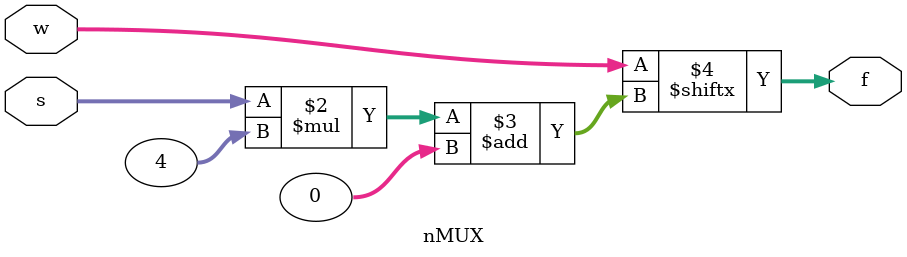
<source format=v>
module nMUX
#(parameter n=4 , m=4)(
    input [ (n * m)-1 : 0 ] w,
    input [ $clog2 (n)-1 : 0 ] s,
    output reg [m-1:0] f
);

always @(w,s) begin
        f = w[s*m +: m];
end

endmodule
</source>
